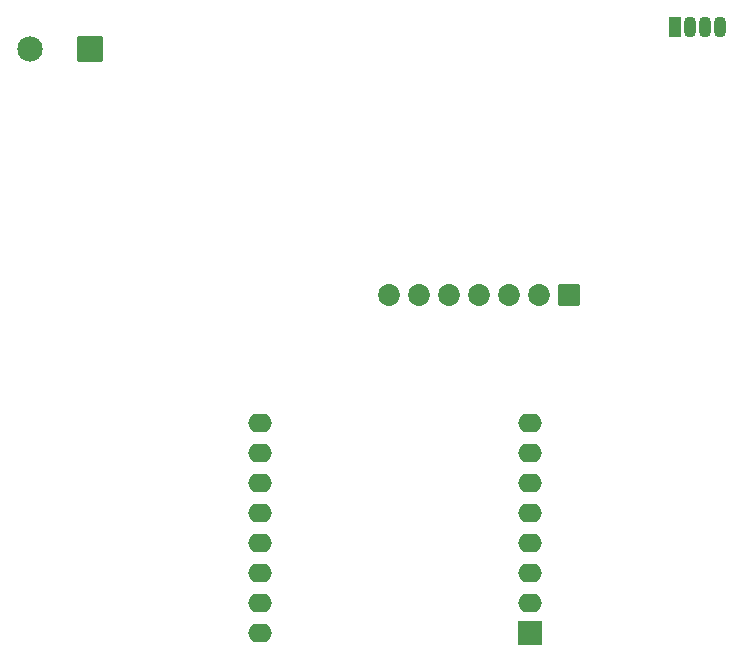
<source format=gbr>
%TF.GenerationSoftware,KiCad,Pcbnew,9.0.2*%
%TF.CreationDate,2025-06-18T12:47:49+02:00*%
%TF.ProjectId,cd30 Luftsensor Projekt ,63643330-204c-4756-9674-73656e736f72,rev?*%
%TF.SameCoordinates,Original*%
%TF.FileFunction,Soldermask,Bot*%
%TF.FilePolarity,Negative*%
%FSLAX46Y46*%
G04 Gerber Fmt 4.6, Leading zero omitted, Abs format (unit mm)*
G04 Created by KiCad (PCBNEW 9.0.2) date 2025-06-18 12:47:49*
%MOMM*%
%LPD*%
G01*
G04 APERTURE LIST*
G04 Aperture macros list*
%AMRoundRect*
0 Rectangle with rounded corners*
0 $1 Rounding radius*
0 $2 $3 $4 $5 $6 $7 $8 $9 X,Y pos of 4 corners*
0 Add a 4 corners polygon primitive as box body*
4,1,4,$2,$3,$4,$5,$6,$7,$8,$9,$2,$3,0*
0 Add four circle primitives for the rounded corners*
1,1,$1+$1,$2,$3*
1,1,$1+$1,$4,$5*
1,1,$1+$1,$6,$7*
1,1,$1+$1,$8,$9*
0 Add four rect primitives between the rounded corners*
20,1,$1+$1,$2,$3,$4,$5,0*
20,1,$1+$1,$4,$5,$6,$7,0*
20,1,$1+$1,$6,$7,$8,$9,0*
20,1,$1+$1,$8,$9,$2,$3,0*%
G04 Aperture macros list end*
%ADD10RoundRect,0.102000X0.825000X0.825000X-0.825000X0.825000X-0.825000X-0.825000X0.825000X-0.825000X0*%
%ADD11C,1.854000*%
%ADD12R,2.000000X2.000000*%
%ADD13O,2.000000X1.600000*%
%ADD14RoundRect,0.102000X0.975000X0.975000X-0.975000X0.975000X-0.975000X-0.975000X0.975000X-0.975000X0*%
%ADD15C,2.154000*%
%ADD16R,1.070000X1.800000*%
%ADD17O,1.070000X1.800000*%
G04 APERTURE END LIST*
D10*
%TO.C,U2*%
X165312500Y-72675000D03*
D11*
X162772500Y-72675000D03*
X160232500Y-72675000D03*
X157692500Y-72675000D03*
X155152500Y-72675000D03*
X152612500Y-72675000D03*
X150072500Y-72675000D03*
%TD*%
D12*
%TO.C,U1*%
X161950000Y-101310000D03*
D13*
X161950000Y-98770000D03*
X161950000Y-96230000D03*
X161950000Y-93690000D03*
X161950000Y-91150000D03*
X161950000Y-88610000D03*
X161950000Y-86070000D03*
X161950000Y-83530000D03*
X139090000Y-83530000D03*
X139090000Y-86070000D03*
X139090000Y-88610000D03*
X139090000Y-91150000D03*
X139090000Y-93690000D03*
X139090000Y-96230000D03*
X139090000Y-98770000D03*
X139090000Y-101310000D03*
%TD*%
D14*
%TO.C,J1*%
X124775000Y-51800000D03*
D15*
X119695000Y-51800000D03*
%TD*%
D16*
%TO.C,D1*%
X174235000Y-49925000D03*
D17*
X175505000Y-49925000D03*
X176775000Y-49925000D03*
X178045000Y-49925000D03*
%TD*%
M02*

</source>
